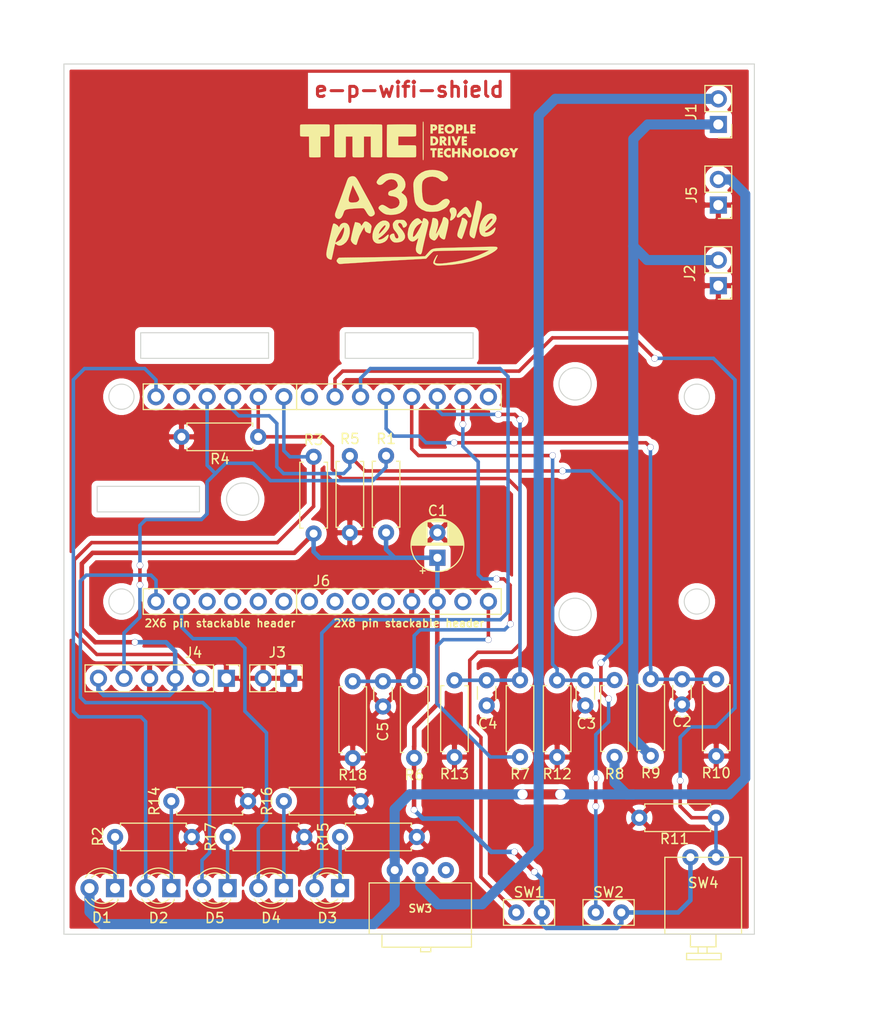
<source format=kicad_pcb>
(kicad_pcb (version 20171130) (host pcbnew "(5.1.4)-1")
  (title_block (title "routage e-p-wifi-shield") (date 2019-11-26) (rev 1.0) (company "A3C et TMC") (comment 1 "1ère version du shield, prototype 3") (comment 2 https://github.com/AIREL46/SCAO/tree/master/kicad/e-p-wifi-shield))
  (layers (0 F.Cu signal) (31 B.Cu signal) (34 B.Paste user) (35 F.Paste user) (36 B.SilkS user) (37 F.SilkS user) (38 B.Mask user) (39 F.Mask user) (44 Edge.Cuts user))
  (net 0 "")
  (net 1 +3V3)
  (net 2 GND)
  (net 3 "Net-(C2-Pad1)")
  (net 4 "Net-(C3-Pad1)")
  (net 5 "Net-(C4-Pad1)")
  (net 6 "Net-(C5-Pad1)")
  (net 7 "Net-(D1-Pad2)")
  (net 8 "Net-(D1-Pad1)")
  (net 9 "Net-(D2-Pad1)")
  (net 10 "Net-(D2-Pad2)")
  (net 11 "Net-(D3-Pad2)")
  (net 12 "Net-(D3-Pad1)")
  (net 13 "Net-(D4-Pad1)")
  (net 14 "Net-(D4-Pad2)")
  (net 15 "Net-(D5-Pad1)")
  (net 16 "Net-(D5-Pad2)")
  (net 17 "Net-(J1-Pad1)")
  (net 18 "Net-(J1-Pad2)")
  (net 19 "Net-(J4-Pad2)")
  (net 20 "Net-(J4-Pad5)")
  (net 21 "Net-(J6-PadAREF)")
  (net 22 "Net-(J6-PadVIN)")
  (net 23 "Net-(J6-PadRESET)")
  (net 24 "Net-(J6-PadTX)")
  (net 25 "Net-(J6-PadRX)")
  (net 26 "Net-(J6-PadA5)")
  (net 27 "Net-(J6-PadSCL)")
  (net 28 "Net-(J6-PadA6)")
  (net 29 "Net-(J6-PadSDA)")
  (net 30 "Net-(J6-PadMISO)")
  (net 31 "Net-(J6-PadD1)")
  (net 32 "Net-(J6-PadSCK)")
  (net 33 "Net-(J6-PadD2)")
  (net 34 "Net-(J6-PadMOSI)")
  (net 35 "Net-(J6-PadD4)")
  (net 36 "Net-(J6-Pad+5V)")
  (net 37 "Net-(SW3-Pad1)")
  (module LED_THT:LED_D3.0mm (layer F.Cu) (at 47.244 107.188 180)
    (fp_text reference D4 (at 1.27 -2.96) (layer F.SilkS))
    (fp_text value Rouge)
    (pad 1 thru_hole rect (at 0 0 180) (size 1.8 1.8) (drill 1) (layers *.Cu *.Mask) (net 13 "Net-(D4-Pad1)"))
    (pad 2 thru_hole circle (at 2.54 0 180) (size 1.8 1.8) (drill 1) (layers *.Cu *.Mask) (net 14 "Net-(D4-Pad2)"))
  )
  (module LED_THT:LED_D3.0mm (layer F.Cu) (at 36.068 107.188 180)
    (fp_text reference D2 (at 1.27 -2.96) (layer F.SilkS))
    (fp_text value Vert)
    (pad 1 thru_hole rect (at 0 0 180) (size 1.8 1.8) (drill 1) (layers *.Cu *.Mask) (net 9 "Net-(D2-Pad1)"))
    (pad 2 thru_hole circle (at 2.54 0 180) (size 1.8 1.8) (drill 1) (layers *.Cu *.Mask) (net 10 "Net-(D2-Pad2)"))
  )
  (module e-p-wifi-v2:switch (layer F.Cu) (at 60.8 105.4)
    (fp_text reference SW3 (at 0 3.81) (layer F.SilkS) (effects (font (size 0.762 0.762))))
    (fp_text value "Conrad 711771")
    (pad 2 thru_hole circle (at 0 0) (size 1.6 1.6) (drill 0.8) (layers *.Cu *.Mask) (net 18 "Net-(J1-Pad2)"))
    (pad 3 thru_hole circle (at -2.54 0) (size 1.6 1.6) (drill 0.8) (layers *.Cu *.Mask) (net 7 "Net-(D1-Pad2)"))
    (pad 1 thru_hole circle (at 2.54 0) (size 1.6 1.6) (drill 0.8) (layers *.Cu *.Mask) (net 37 "Net-(SW3-Pad1)"))
  )
  (module Connector_PinHeader_2.54mm:PinHeader_1x06_P2.54mm_Vertical (layer F.Cu) (at 41.53 86.36 270)
    (fp_text reference J4 (at -2.54 3.2522 180) (layer F.SilkS))
    (fp_text value Température)
    (pad 1 thru_hole rect (at 0 0 270) (size 1.7 1.7) (drill 1) (layers *.Cu *.Mask) (net 2 GND))
    (pad 2 thru_hole oval (at 0 2.54 270) (size 1.7 1.7) (drill 1) (layers *.Cu *.Mask) (net 19 "Net-(J4-Pad2)"))
    (pad 3 thru_hole oval (at 0 5.08 270) (size 1.7 1.7) (drill 1) (layers *.Cu *.Mask) (net 1 +3V3))
    (pad 4 thru_hole oval (at 0 7.62 270) (size 1.7 1.7) (drill 1) (layers *.Cu *.Mask) (net 2 GND))
    (pad 5 thru_hole oval (at 0 10.16 270) (size 1.7 1.7) (drill 1) (layers *.Cu *.Mask) (net 20 "Net-(J4-Pad5)"))
    (pad 6 thru_hole oval (at 0 12.7 270) (size 1.7 1.7) (drill 1) (layers *.Cu *.Mask) (net 1 +3V3))
  )
  (module LED_THT:LED_D3.0mm (layer F.Cu) (at 30.48 107.188 180)
    (fp_text reference D1 (at 1.325 -2.925) (layer F.SilkS))
    (fp_text value vert)
    (pad 2 thru_hole circle (at 2.54 0 180) (size 1.8 1.8) (drill 1) (layers *.Cu *.Mask) (net 7 "Net-(D1-Pad2)"))
    (pad 1 thru_hole rect (at 0 0 180) (size 1.8 1.8) (drill 1) (layers *.Cu *.Mask) (net 8 "Net-(D1-Pad1)"))
  )
  (module Capacitor_THT:C_Disc_D3.0mm_W1.6mm_P2.50mm (layer F.Cu) (at 77.19 86.56 270)
    (fp_text reference C3 (at 4.3 -0.1 180) (layer F.SilkS))
    (fp_text value 0.1mF)
    (pad 2 thru_hole circle (at 2.5 0 270) (size 1.6 1.6) (drill 0.8) (layers *.Cu *.Mask) (net 2 GND))
    (pad 1 thru_hole circle (at 0 0 270) (size 1.6 1.6) (drill 0.8) (layers *.Cu *.Mask) (net 4 "Net-(C3-Pad1)"))
  )
  (module Connector_PinHeader_2.54mm:PinHeader_1x02_P2.54mm_Vertical (layer F.Cu) (at 90.4 31.4 180)
    (fp_text reference J1 (at 2.7 1.225 270) (layer F.SilkS))
    (fp_text value Shunt)
    (pad 1 thru_hole rect (at 0 0 180) (size 1.7 1.7) (drill 1) (layers *.Cu *.Mask) (net 17 "Net-(J1-Pad1)"))
    (pad 2 thru_hole oval (at 0 2.54 180) (size 1.7 1.7) (drill 1) (layers *.Cu *.Mask) (net 18 "Net-(J1-Pad2)"))
  )
  (module Connector_PinHeader_2.54mm:PinHeader_1x02_P2.54mm_Vertical (layer F.Cu) (at 90.4 47.4 180)
    (fp_text reference J2 (at 2.825 1.225 270) (layer F.SilkS))
    (fp_text value Vbat1)
    (pad 1 thru_hole rect (at 0 0 180) (size 1.7 1.7) (drill 1) (layers *.Cu *.Mask) (net 2 GND))
    (pad 2 thru_hole oval (at 0 2.54 180) (size 1.7 1.7) (drill 1) (layers *.Cu *.Mask) (net 17 "Net-(J1-Pad1)"))
  )
  (module Connector_PinHeader_2.54mm:PinHeader_1x02_P2.54mm_Vertical (layer F.Cu) (at 47.73 86.36 270)
    (fp_text reference J3 (at -2.56 1.14 180) (layer F.SilkS))
    (fp_text value "Masse T1")
    (pad 2 thru_hole oval (at 0 2.54 270) (size 1.7 1.7) (drill 1) (layers *.Cu *.Mask) (net 2 GND))
    (pad 1 thru_hole rect (at 0 0 270) (size 1.7 1.7) (drill 1) (layers *.Cu *.Mask) (net 2 GND))
  )
  (module Capacitor_THT:CP_Radial_D5.0mm_P2.50mm (layer F.Cu) (at 62.5 74.4 90)
    (fp_text reference C1 (at 4.66 0.02) (layer F.SilkS))
    (fp_text value 4.7µF)
    (pad 1 thru_hole rect (at 0 0 90) (size 1.6 1.6) (drill 0.8) (layers *.Cu *.Mask) (net 1 +3V3))
    (pad 2 thru_hole circle (at 2.5 0 90) (size 1.6 1.6) (drill 0.8) (layers *.Cu *.Mask) (net 2 GND))
  )
  (module logo:tmc-logo-1200dpi (layer F.Cu) (at 59.69 33.02)
    (fp_text reference G*** hide)
    (fp_text value LOGO hide)
  )
  (module Capacitor_THT:C_Disc_D3.0mm_W1.6mm_P2.50mm (layer F.Cu) (at 86.79 86.46 270)
    (fp_text reference C2 (at 4.2 0 180) (layer F.SilkS))
    (fp_text value 0.1mF)
    (pad 1 thru_hole circle (at 0 0 270) (size 1.6 1.6) (drill 0.8) (layers *.Cu *.Mask) (net 3 "Net-(C2-Pad1)"))
    (pad 2 thru_hole circle (at 2.5 0 270) (size 1.6 1.6) (drill 0.8) (layers *.Cu *.Mask) (net 2 GND))
  )
  (module Capacitor_THT:C_Disc_D3.0mm_W1.6mm_P2.50mm (layer F.Cu) (at 67.39 86.56 270)
    (fp_text reference C4 (at 4.3 -0.1 180) (layer F.SilkS))
    (fp_text value 0.1mF)
    (pad 1 thru_hole circle (at 0 0 270) (size 1.6 1.6) (drill 0.8) (layers *.Cu *.Mask) (net 5 "Net-(C4-Pad1)"))
    (pad 2 thru_hole circle (at 2.5 0 270) (size 1.6 1.6) (drill 0.8) (layers *.Cu *.Mask) (net 2 GND))
  )
  (module LED_THT:LED_D3.0mm (layer F.Cu) (at 41.656 107.188 180)
    (fp_text reference D5 (at 1.27 -2.96) (layer F.SilkS))
    (fp_text value Jaune)
    (pad 1 thru_hole rect (at 0 0 180) (size 1.8 1.8) (drill 1) (layers *.Cu *.Mask) (net 15 "Net-(D5-Pad1)"))
    (pad 2 thru_hole circle (at 2.54 0 180) (size 1.8 1.8) (drill 1) (layers *.Cu *.Mask) (net 16 "Net-(D5-Pad2)"))
  )
  (module Capacitor_THT:C_Disc_D3.0mm_W1.6mm_P2.50mm (layer F.Cu) (at 57.09 86.66 270)
    (fp_text reference C5 (at 5 0 90) (layer F.SilkS))
    (fp_text value 0.1mF)
    (pad 2 thru_hole circle (at 2.5 0 270) (size 1.6 1.6) (drill 0.8) (layers *.Cu *.Mask) (net 2 GND))
    (pad 1 thru_hole circle (at 0 0 270) (size 1.6 1.6) (drill 0.8) (layers *.Cu *.Mask) (net 6 "Net-(C5-Pad1)"))
  )
  (module logo:a3c-logo-500dpi (layer F.Cu) (at 59.69 40.64)
    (fp_text reference G*** hide)
    (fp_text value LOGO hide)
  )
  (module LED_THT:LED_D3.0mm (layer F.Cu) (at 52.832 107.188 180)
    (fp_text reference D3 (at 1.27 -2.96) (layer F.SilkS))
    (fp_text value bleu)
    (pad 2 thru_hole circle (at 2.54 0 180) (size 1.8 1.8) (drill 1) (layers *.Cu *.Mask) (net 11 "Net-(D3-Pad2)"))
    (pad 1 thru_hole rect (at 0 0 180) (size 1.8 1.8) (drill 1) (layers *.Cu *.Mask) (net 12 "Net-(D3-Pad1)"))
  )
  (module Connector_PinHeader_2.54mm:PinHeader_1x02_P2.54mm_Vertical (layer F.Cu) (at 90.4 39.4 180)
    (fp_text reference J5 (at 2.65 1 270) (layer F.SilkS))
    (fp_text value Vbat2)
    (pad 2 thru_hole oval (at 0 2.54 180) (size 1.7 1.7) (drill 1) (layers *.Cu *.Mask) (net 7 "Net-(D1-Pad2)"))
    (pad 1 thru_hole rect (at 0 0 180) (size 1.7 1.7) (drill 1) (layers *.Cu *.Mask) (net 2 GND))
  )
  (module Resistor_THT:R_Axial_DIN0207_L6.3mm_D2.5mm_P7.62mm_Horizontal (layer F.Cu) (at 50.2 72 90)
    (fp_text reference R3 (at 9.3 0 180) (layer F.SilkS))
    (fp_text value 4.7k)
    (pad 1 thru_hole circle (at 0 0 90) (size 1.6 1.6) (drill 0.8) (layers *.Cu *.Mask) (net 1 +3V3))
    (pad 2 thru_hole oval (at 7.62 0 90) (size 1.6 1.6) (drill 0.8) (layers *.Cu *.Mask) (net 19 "Net-(J4-Pad2)"))
  )
  (module Resistor_THT:R_Axial_DIN0207_L6.3mm_D2.5mm_P7.62mm_Horizontal (layer F.Cu) (at 90.19 86.46 270)
    (fp_text reference R10 (at 9.3 0 180) (layer F.SilkS))
    (fp_text value 4.7k)
    (pad 2 thru_hole oval (at 7.62 0 270) (size 1.6 1.6) (drill 0.8) (layers *.Cu *.Mask) (net 2 GND))
    (pad 1 thru_hole circle (at 0 0 270) (size 1.6 1.6) (drill 0.8) (layers *.Cu *.Mask) (net 3 "Net-(C2-Pad1)"))
  )
  (module Resistor_THT:R_Axial_DIN0207_L6.3mm_D2.5mm_P7.62mm_Horizontal (layer F.Cu) (at 64.19 86.56 270)
    (fp_text reference R13 (at 9.3 0) (layer F.SilkS))
    (fp_text value 4.7k)
    (pad 2 thru_hole oval (at 7.62 0 270) (size 1.6 1.6) (drill 0.8) (layers *.Cu *.Mask) (net 2 GND))
    (pad 1 thru_hole circle (at 0 0 270) (size 1.6 1.6) (drill 0.8) (layers *.Cu *.Mask) (net 5 "Net-(C4-Pad1)"))
  )
  (module Resistor_THT:R_Axial_DIN0207_L6.3mm_D2.5mm_P7.62mm_Horizontal (layer F.Cu) (at 53.8 64.3 270)
    (fp_text reference R5 (at -1.7 0 180) (layer F.SilkS))
    (fp_text value 47k)
    (pad 1 thru_hole circle (at 0 0 270) (size 1.6 1.6) (drill 0.8) (layers *.Cu *.Mask) (net 33 "Net-(J6-PadD2)"))
    (pad 2 thru_hole oval (at 7.62 0 270) (size 1.6 1.6) (drill 0.8) (layers *.Cu *.Mask) (net 2 GND))
  )
  (module Resistor_THT:R_Axial_DIN0207_L6.3mm_D2.5mm_P7.62mm_Horizontal (layer F.Cu) (at 43.688 98.552 180)
    (fp_text reference R14 (at 9.3 0 270) (layer F.SilkS))
    (fp_text value 1K)
    (pad 2 thru_hole oval (at 7.62 0 180) (size 1.6 1.6) (drill 0.8) (layers *.Cu *.Mask) (net 9 "Net-(D2-Pad1)"))
    (pad 1 thru_hole circle (at 0 0 180) (size 1.6 1.6) (drill 0.8) (layers *.Cu *.Mask) (net 2 GND))
  )
  (module Resistor_THT:R_Axial_DIN0207_L6.3mm_D2.5mm_P7.62mm_Horizontal (layer F.Cu) (at 60.19 94.26 90)
    (fp_text reference R6 (at -1.7 0 180) (layer F.SilkS))
    (fp_text value 4.7k)
    (pad 2 thru_hole oval (at 7.62 0 90) (size 1.6 1.6) (drill 0.8) (layers *.Cu *.Mask) (net 6 "Net-(C5-Pad1)"))
    (pad 1 thru_hole circle (at 0 0 90) (size 1.6 1.6) (drill 0.8) (layers *.Cu *.Mask) (net 1 +3V3))
  )
  (module Resistor_THT:R_Axial_DIN0207_L6.3mm_D2.5mm_P7.62mm_Horizontal (layer F.Cu) (at 70.7 94.17 90)
    (fp_text reference R7 (at -1.7 0 180) (layer F.SilkS))
    (fp_text value 4.7k)
    (pad 1 thru_hole circle (at 0 0 90) (size 1.6 1.6) (drill 0.8) (layers *.Cu *.Mask) (net 36 "Net-(J6-Pad+5V)"))
    (pad 2 thru_hole oval (at 7.62 0 90) (size 1.6 1.6) (drill 0.8) (layers *.Cu *.Mask) (net 5 "Net-(C4-Pad1)"))
  )
  (module Resistor_THT:R_Axial_DIN0207_L6.3mm_D2.5mm_P7.62mm_Horizontal (layer F.Cu) (at 60.452 102.108 180)
    (fp_text reference R15 (at 9.3 0 270) (layer F.SilkS))
    (fp_text value 1K)
    (pad 1 thru_hole circle (at 0 0 180) (size 1.6 1.6) (drill 0.8) (layers *.Cu *.Mask) (net 2 GND))
    (pad 2 thru_hole oval (at 7.62 0 180) (size 1.6 1.6) (drill 0.8) (layers *.Cu *.Mask) (net 12 "Net-(D3-Pad1)"))
  )
  (module Resistor_THT:R_Axial_DIN0207_L6.3mm_D2.5mm_P7.62mm_Horizontal (layer F.Cu) (at 74.39 86.56 270)
    (fp_text reference R12 (at 9.3 0 180) (layer F.SilkS))
    (fp_text value 4.7k)
    (pad 1 thru_hole circle (at 0 0 270) (size 1.6 1.6) (drill 0.8) (layers *.Cu *.Mask) (net 4 "Net-(C3-Pad1)"))
    (pad 2 thru_hole oval (at 7.62 0 270) (size 1.6 1.6) (drill 0.8) (layers *.Cu *.Mask) (net 2 GND))
  )
  (module Resistor_THT:R_Axial_DIN0207_L6.3mm_D2.5mm_P7.62mm_Horizontal (layer F.Cu) (at 54.864 98.552 180)
    (fp_text reference R16 (at 9.3 0 270) (layer F.SilkS))
    (fp_text value 1K)
    (pad 2 thru_hole oval (at 7.62 0 180) (size 1.6 1.6) (drill 0.8) (layers *.Cu *.Mask) (net 13 "Net-(D4-Pad1)"))
    (pad 1 thru_hole circle (at 0 0 180) (size 1.6 1.6) (drill 0.8) (layers *.Cu *.Mask) (net 2 GND))
  )
  (module Resistor_THT:R_Axial_DIN0207_L6.3mm_D2.5mm_P7.62mm_Horizontal (layer F.Cu) (at 49.276 102.108 180)
    (fp_text reference R17 (at 9.3 0 270) (layer F.SilkS))
    (fp_text value 1K)
    (pad 1 thru_hole circle (at 0 0 180) (size 1.6 1.6) (drill 0.8) (layers *.Cu *.Mask) (net 2 GND))
    (pad 2 thru_hole oval (at 7.62 0 180) (size 1.6 1.6) (drill 0.8) (layers *.Cu *.Mask) (net 15 "Net-(D5-Pad1)"))
  )
  (module Resistor_THT:R_Axial_DIN0207_L6.3mm_D2.5mm_P7.62mm_Horizontal (layer F.Cu) (at 82.55 100.2)
    (fp_text reference R11 (at 3.5 2.1 180) (layer F.SilkS))
    (fp_text value 47k)
    (pad 2 thru_hole oval (at 7.62 0) (size 1.6 1.6) (drill 0.8) (layers *.Cu *.Mask) (net 26 "Net-(J6-PadA5)"))
    (pad 1 thru_hole circle (at 0 0) (size 1.6 1.6) (drill 0.8) (layers *.Cu *.Mask) (net 2 GND))
  )
  (module Resistor_THT:R_Axial_DIN0207_L6.3mm_D2.5mm_P7.62mm_Horizontal (layer F.Cu) (at 80.09 94.16 90)
    (fp_text reference R8 (at -1.7 0 180) (layer F.SilkS))
    (fp_text value 4.7k)
    (pad 2 thru_hole oval (at 7.62 0 90) (size 1.6 1.6) (drill 0.8) (layers *.Cu *.Mask) (net 4 "Net-(C3-Pad1)"))
    (pad 1 thru_hole circle (at 0 0 90) (size 1.6 1.6) (drill 0.8) (layers *.Cu *.Mask) (net 7 "Net-(D1-Pad2)"))
  )
  (module Resistor_THT:R_Axial_DIN0207_L6.3mm_D2.5mm_P7.62mm_Horizontal (layer F.Cu) (at 57.4 71.9 90)
    (fp_text reference R1 (at 9.3 0 180) (layer F.SilkS))
    (fp_text value 4.7k)
    (pad 1 thru_hole circle (at 0 0 90) (size 1.6 1.6) (drill 0.8) (layers *.Cu *.Mask) (net 1 +3V3))
    (pad 2 thru_hole oval (at 7.62 0 90) (size 1.6 1.6) (drill 0.8) (layers *.Cu *.Mask) (net 20 "Net-(J4-Pad5)"))
  )
  (module Resistor_THT:R_Axial_DIN0207_L6.3mm_D2.5mm_P7.62mm_Horizontal (layer F.Cu) (at 38.1 102.108 180)
    (fp_text reference R2 (at 9.32 0.05 90) (layer F.SilkS))
    (fp_text value 1K)
    (pad 2 thru_hole oval (at 7.62 0 180) (size 1.6 1.6) (drill 0.8) (layers *.Cu *.Mask) (net 8 "Net-(D1-Pad1)"))
    (pad 1 thru_hole circle (at 0 0 180) (size 1.6 1.6) (drill 0.8) (layers *.Cu *.Mask) (net 2 GND))
  )
  (module e-p-wifi-v2:PinSocket_2x14_MKR1010 (layer F.Cu) (at 51.055 68.58 270)
    (fp_text reference J6 (at 8.12 0.055 180) (layer F.SilkS))
    (fp_text value Conn_02x14_MKR1010)
    (fp_text user "2X8 pin stackable header" (at 12.32 -8.615 180) (layer F.SilkS) (effects (font (size 0.762 0.762))))
    (fp_text user "2X6 pin stackable header" (at 12.32 10.155 180) (layer F.SilkS) (effects (font (size 0.762 0.762))))
    (pad AREF thru_hole oval (at -10.16 -16.51 270) (size 1.7 1.7) (drill 1) (layers *.Cu *.Mask) (net 21 "Net-(J6-PadAREF)"))
    (pad VIN thru_hole oval (at 10.16 -13.97 270) (size 1.7 1.7) (drill 1) (layers *.Cu *.Mask) (net 22 "Net-(J6-PadVIN)"))
    (pad A0 thru_hole oval (at -10.16 -13.97 270) (size 1.7 1.7) (drill 1) (layers *.Cu *.Mask) (net 6 "Net-(C5-Pad1)"))
    (pad +3V3 thru_hole oval (at 10.16 -11.43 270) (size 1.7 1.7) (drill 1) (layers *.Cu *.Mask) (net 1 +3V3))
    (pad A1 thru_hole oval (at -10.16 -11.43 270) (size 1.7 1.7) (drill 1) (layers *.Cu *.Mask) (net 5 "Net-(C4-Pad1)"))
    (pad GND thru_hole oval (at 10.16 -8.89 270) (size 1.7 1.7) (drill 1) (layers *.Cu *.Mask) (net 2 GND))
    (pad A2 thru_hole oval (at -10.16 -8.89 270) (size 1.7 1.7) (drill 1) (layers *.Cu *.Mask) (net 4 "Net-(C3-Pad1)"))
    (pad RESET thru_hole oval (at 10.16 -6.35 270) (size 1.7 1.7) (drill 1) (layers *.Cu *.Mask) (net 23 "Net-(J6-PadRESET)"))
    (pad A3 thru_hole oval (at -10.16 -6.35 270) (size 1.7 1.7) (drill 1) (layers *.Cu *.Mask) (net 3 "Net-(C2-Pad1)"))
    (pad TX thru_hole oval (at 10.16 -3.81 270) (size 1.7 1.7) (drill 1) (layers *.Cu *.Mask) (net 24 "Net-(J6-PadTX)"))
    (pad A4 thru_hole oval (at -10.16 -3.81 270) (size 1.7 1.7) (drill 1) (layers *.Cu *.Mask) (net 11 "Net-(D3-Pad2)"))
    (pad RX thru_hole oval (at 10.16 -1.27 270) (size 1.7 1.7) (drill 1) (layers *.Cu *.Mask) (net 25 "Net-(J6-PadRX)"))
    (pad A5 thru_hole oval (at -10.16 -1.27 270) (size 1.7 1.7) (drill 1) (layers *.Cu *.Mask) (net 26 "Net-(J6-PadA5)"))
    (pad SCL thru_hole oval (at 10.16 1.27 270) (size 1.7 1.7) (drill 1) (layers *.Cu *.Mask) (net 27 "Net-(J6-PadSCL)"))
    (pad A6 thru_hole oval (at -10.16 1.27 270) (size 1.7 1.7) (drill 1) (layers *.Cu *.Mask) (net 28 "Net-(J6-PadA6)"))
    (pad SDA thru_hole oval (at 10.16 3.81 270) (size 1.7 1.7) (drill 1) (layers *.Cu *.Mask) (net 29 "Net-(J6-PadSDA)"))
    (pad D0 thru_hole oval (at -10.16 3.81 270) (size 1.7 1.7) (drill 1) (layers *.Cu *.Mask) (net 19 "Net-(J4-Pad2)"))
    (pad MISO thru_hole oval (at 10.16 6.35 270) (size 1.7 1.7) (drill 1) (layers *.Cu *.Mask) (net 30 "Net-(J6-PadMISO)"))
    (pad D1 thru_hole oval (at -10.16 6.35 270) (size 1.7 1.7) (drill 1) (layers *.Cu *.Mask) (net 31 "Net-(J6-PadD1)"))
    (pad SCK thru_hole oval (at 10.16 8.89 270) (size 1.7 1.7) (drill 1) (layers *.Cu *.Mask) (net 32 "Net-(J6-PadSCK)"))
    (pad D2 thru_hole oval (at -10.16 8.89 270) (size 1.7 1.7) (drill 1) (layers *.Cu *.Mask) (net 33 "Net-(J6-PadD2)"))
    (pad MOSI thru_hole oval (at 10.16 11.43 270) (size 1.7 1.7) (drill 1) (layers *.Cu *.Mask) (net 34 "Net-(J6-PadMOSI)"))
    (pad D3 thru_hole oval (at -10.16 11.43 270) (size 1.7 1.7) (drill 1) (layers *.Cu *.Mask) (net 20 "Net-(J4-Pad5)"))
    (pad D7 thru_hole oval (at 10.16 13.97 270) (size 1.7 1.7) (drill 1) (layers *.Cu *.Mask) (net 14 "Net-(D4-Pad2)"))
    (pad D4 thru_hole oval (at -10.16 13.97 270) (size 1.7 1.7) (drill 1) (layers *.Cu *.Mask) (net 35 "Net-(J6-PadD4)"))
    (pad D6 thru_hole oval (at 10.16 16.51 270) (size 1.7 1.7) (drill 1) (layers *.Cu *.Mask) (net 16 "Net-(D5-Pad2)"))
    (pad D5 thru_hole oval (at -10.16 16.51 270) (size 1.7 1.7) (drill 1) (layers *.Cu *.Mask) (net 10 "Net-(D2-Pad2)"))
    (pad +5V thru_hole circle (at 10.16 -16.51 270) (size 1.7 1.7) (drill 1) (layers *.Cu *.Mask) (net 36 "Net-(J6-Pad+5V)"))
  )
  (module Resistor_THT:R_Axial_DIN0207_L6.3mm_D2.5mm_P7.62mm_Horizontal (layer F.Cu) (at 44.7 62.4 180)
    (fp_text reference R4 (at 3.8 -2.2) (layer F.SilkS))
    (fp_text value 47k)
    (pad 2 thru_hole oval (at 7.62 0 180) (size 1.6 1.6) (drill 0.8) (layers *.Cu *.Mask) (net 2 GND))
    (pad 1 thru_hole circle (at 0 0 180) (size 1.6 1.6) (drill 0.8) (layers *.Cu *.Mask) (net 31 "Net-(J6-PadD1)"))
  )
  (module Resistor_THT:R_Axial_DIN0207_L6.3mm_D2.5mm_P7.62mm_Horizontal (layer F.Cu) (at 83.69 94.06 90)
    (fp_text reference R9 (at -1.7 0 180) (layer F.SilkS))
    (fp_text value 4.7k)
    (pad 1 thru_hole circle (at 0 0 90) (size 1.6 1.6) (drill 0.8) (layers *.Cu *.Mask) (net 17 "Net-(J1-Pad1)"))
    (pad 2 thru_hole oval (at 7.62 0 90) (size 1.6 1.6) (drill 0.8) (layers *.Cu *.Mask) (net 3 "Net-(C2-Pad1)"))
  )
  (module Resistor_THT:R_Axial_DIN0207_L6.3mm_D2.5mm_P7.62mm_Horizontal (layer F.Cu) (at 54.09 86.66 270)
    (fp_text reference R18 (at 9.3 0 180) (layer F.SilkS))
    (fp_text value 4.7k)
    (pad 1 thru_hole circle (at 0 0 270) (size 1.6 1.6) (drill 0.8) (layers *.Cu *.Mask) (net 6 "Net-(C5-Pad1)"))
    (pad 2 thru_hole oval (at 7.62 0 270) (size 1.6 1.6) (drill 0.8) (layers *.Cu *.Mask) (net 2 GND))
  )
  (module e-p-wifi-v2:BP (layer F.Cu) (at 88.9 104.125)
    (fp_text reference SW4 (at 0 2.54) (layer F.SilkS))
    (fp_text value "BP APEM")
    (pad 1 thru_hole circle (at -1.27 0) (size 1.6 1.6) (drill 0.8) (layers *.Cu *.Mask) (net 1 +3V3))
    (pad 2 thru_hole circle (at 1.27 0) (size 1.6 1.6) (drill 0.8) (layers *.Cu *.Mask) (net 26 "Net-(J6-PadA5)"))
  )
  (module e-p-wifi-v2:jumper-switch (layer F.Cu) (at 79.5 109.6 180)
    (fp_text reference SW2 (at 0 2) (layer F.SilkS))
    (fp_text value Sleep)
    (pad 1 thru_hole circle (at -1.27 0 180) (size 1.6 1.6) (drill 0.8) (layers *.Cu *.Mask) (net 1 +3V3))
    (pad 2 thru_hole circle (at 1.27 0 180) (size 1.6 1.6) (drill 0.8) (layers *.Cu *.Mask) (net 33 "Net-(J6-PadD2)"))
  )
  (module e-p-wifi-v2:jumper-switch (layer F.Cu) (at 71.6 109.6 180)
    (fp_text reference SW1 (at 0 2) (layer F.SilkS))
    (fp_text value StSp)
    (pad 2 thru_hole circle (at 1.27 0 180) (size 1.6 1.6) (drill 0.8) (layers *.Cu *.Mask) (net 31 "Net-(J6-PadD1)"))
    (pad 1 thru_hole circle (at -1.27 0 180) (size 1.6 1.6) (drill 0.8) (layers *.Cu *.Mask) (net 1 +3V3))
  )
  (gr_circle (center 43.1546 68.58) (end 44.7546 68.58) (layer Edge.Cuts) (width 0.1))
  (gr_circle (center 31.115 58.42) (end 32.365 58.42) (layer Edge.Cuts) (width 0.1))
  (gr_circle (center 31.115 78.74) (end 32.365 78.74) (layer Edge.Cuts) (width 0.1))
  (gr_circle (center 88.265 58.42) (end 89.515 58.42) (layer Edge.Cuts) (width 0.1))
  (gr_circle (center 76.1746 57.15) (end 77.7746 57.15) (layer Edge.Cuts) (width 0.1))
  (gr_circle (center 76.1746 80.01) (end 77.7746 80.01) (layer Edge.Cuts) (width 0.1))
  (gr_circle (center 88.265 78.74) (end 89.515 78.74) (layer Edge.Cuts) (width 0.1))
  (gr_line (start 45.726 52.07) (end 45.726 54.61) (layer Edge.Cuts) (width 0.1))
  (gr_line (start 33.026 52.07) (end 33.026 54.61) (layer Edge.Cuts) (width 0.1))
  (gr_line (start 33.026 52.07) (end 45.726 52.07) (layer Edge.Cuts) (width 0.1))
  (gr_line (start 33.026 54.61) (end 45.726 54.61) (layer Edge.Cuts) (width 0.1))
  (gr_line (start 53.34 54.61) (end 53.34 52.07) (layer Edge.Cuts) (width 0.1))
  (gr_line (start 66.04 52.07) (end 66.04 54.61) (layer Edge.Cuts) (width 0.1))
  (gr_line (start 53.34 52.07) (end 66.04 52.07) (layer Edge.Cuts) (width 0.1))
  (gr_line (start 53.34 54.61) (end 66.04 54.61) (layer Edge.Cuts) (width 0.1))
  (gr_line (start 28.702 69.85) (end 38.862 69.85) (layer Edge.Cuts) (width 0.1))
  (gr_line (start 38.862 67.31) (end 28.702 67.31) (layer Edge.Cuts) (width 0.1))
  (gr_line (start 28.702 67.31) (end 28.702 69.85) (layer Edge.Cuts) (width 0.1))
  (gr_line (start 25.4 111.76) (end 93.98 111.76) (layer Edge.Cuts) (width 0.1))
  (gr_line (start 93.98 25.4) (end 93.98 111.76) (layer Edge.Cuts) (width 0.1))
  (gr_line (start 25.4 25.4) (end 25.4 111.76) (layer Edge.Cuts) (width 0.1))
  (gr_line (start 38.862 67.31) (end 38.862 69.85) (layer Edge.Cuts) (width 0.1))
  (gr_line (start 25.4 25.4) (end 93.98 25.4) (layer Edge.Cuts) (width 0.1))
  (gr_text e-p-wifi-shield (at 59.69 27.94) (layer F.Cu) (effects (font (size 1.5 1.5) (thickness 0.3))))
  (segment (start 87.63 108.3818) (end 87.63 104.125) (width 0.45) (layer B.Cu) (net 1))
  (segment (start 80.77 109.6) (end 86.4118 109.6) (width 0.45) (layer B.Cu) (net 1))
  (segment (start 86.4118 109.6) (end 87.63 108.3818) (width 0.45) (layer B.Cu) (net 1))
  (segment (start 72.87 110.67763) (end 72.87 109.6) (width 0.45) (layer B.Cu) (net 1))
  (segment (start 73.32736 111.13499) (end 72.87 110.67763) (width 0.45) (layer B.Cu) (net 1))
  (segment (start 80.31264 111.13499) (end 73.32736 111.13499) (width 0.45) (layer B.Cu) (net 1))
  (segment (start 80.77 110.67763) (end 80.31264 111.13499) (width 0.45) (layer B.Cu) (net 1))
  (segment (start 80.77 109.6) (end 80.77 110.67763) (width 0.45) (layer B.Cu) (net 1))
  (segment (start 72.87 109.6) (end 72.87 106.30656) (width 0.45) (layer B.Cu) (net 1))
  (segment (start 72.87 106.30656) (end 72.13281 105.56937) (width 0.45) (layer B.Cu) (net 1))
  (segment (start 71.582811 105.019371) (end 71.582811 105.014291) (width 0.45) (layer F.Cu) (net 1))
  (segment (start 72.13281 105.56937) (end 71.582811 105.019371) (width 0.45) (layer F.Cu) (net 1))
  (segment (start 71.582811 105.014291) (end 70.15672 103.5882) (width 0.45) (layer F.Cu) (net 1))
  (segment (start 70.15672 103.5882) (end 70.15418 103.5882) (width 0.45) (layer F.Cu) (net 1))
  (segment (start 60.17703 94.27297) (end 60.19 94.26) (width 0.45) (layer F.Cu) (net 1))
  (segment (start 60.17703 99.41241) (end 60.17703 94.27297) (width 0.45) (layer F.Cu) (net 1))
  (segment (start 61.05144 100.28682) (end 60.17703 99.41241) (width 0.45) (layer B.Cu) (net 1))
  (segment (start 64.54902 100.28682) (end 61.05144 100.28682) (width 0.45) (layer B.Cu) (net 1))
  (segment (start 70.15418 103.5882) (end 67.8504 103.5882) (width 0.45) (layer B.Cu) (net 1))
  (segment (start 67.8504 103.5882) (end 64.54902 100.28682) (width 0.45) (layer B.Cu) (net 1))
  (segment (start 28.83 87.49638) (end 28.83 86.36) (width 0.45) (layer B.Cu) (net 1))
  (segment (start 29.35915 88.02553) (end 28.83 87.49638) (width 0.45) (layer B.Cu) (net 1))
  (segment (start 35.85789 88.02553) (end 29.35915 88.02553) (width 0.45) (layer B.Cu) (net 1))
  (segment (start 36.45 86.36) (end 36.45 87.43342) (width 0.45) (layer B.Cu) (net 1))
  (segment (start 36.45 87.43342) (end 35.85789 88.02553) (width 0.45) (layer B.Cu) (net 1))
  (segment (start 62.5 78.725) (end 62.485 78.74) (width 0.45) (layer B.Cu) (net 1))
  (segment (start 62.5 74.4) (end 62.5 78.725) (width 0.45) (layer B.Cu) (net 1))
  (segment (start 57.4 73.56202) (end 57.4 71.9) (width 0.45) (layer B.Cu) (net 1))
  (segment (start 62.5 74.4) (end 58.23798 74.4) (width 0.45) (layer B.Cu) (net 1))
  (segment (start 58.23798 74.4) (end 57.4 73.56202) (width 0.45) (layer B.Cu) (net 1))
  (segment (start 50.2 73.78644) (end 50.2 72) (width 0.45) (layer B.Cu) (net 1))
  (segment (start 58.23798 74.4) (end 50.81356 74.4) (width 0.45) (layer B.Cu) (net 1))
  (segment (start 50.81356 74.4) (end 50.2 73.78644) (width 0.45) (layer B.Cu) (net 1))
  (segment (start 62.485 88.94) (end 62.485 78.74) (width 0.45) (layer F.Cu) (net 1))
  (segment (start 60.2 91.225) (end 62.485 88.94) (width 0.45) (layer F.Cu) (net 1))
  (segment (start 60.2 93.11863) (end 60.2 91.225) (width 0.45) (layer F.Cu) (net 1))
  (segment (start 60.19 94.26) (end 60.19 93.12863) (width 0.45) (layer F.Cu) (net 1))
  (segment (start 60.19 93.12863) (end 60.2 93.11863) (width 0.45) (layer F.Cu) (net 1))
  (segment (start 28.2448 73.914) (end 48.286 73.914) (width 0.45) (layer F.Cu) (net 1))
  (segment (start 27.178 74.9808) (end 28.2448 73.914) (width 0.45) (layer F.Cu) (net 1))
  (segment (start 28.51404 82.78368) (end 27.178 81.44764) (width 0.45) (layer F.Cu) (net 1))
  (segment (start 32.445 82.78368) (end 28.51404 82.78368) (width 0.45) (layer F.Cu) (net 1))
  (segment (start 27.178 81.44764) (end 27.178 74.9808) (width 0.45) (layer F.Cu) (net 1))
  (segment (start 48.286 73.914) (end 50.2 72) (width 0.45) (layer F.Cu) (net 1))
  (via (at 70.15418 103.5882) (size 0.65) (drill 0.6) (layers F.Cu B.Cu) (net 1))
  (via (at 72.13281 105.56937) (size 0.65) (drill 0.6) (layers F.Cu B.Cu) (net 1))
  (via (at 60.17703 99.41241) (size 0.65) (drill 0.6) (layers F.Cu B.Cu) (net 1))
  (via (at 32.445 82.78368) (size 0.65) (drill 0.6) (layers F.Cu B.Cu) (net 1))
  (segment (start 35.53968 82.78368) (end 32.445 82.78368) (width 0.45) (layer B.Cu) (net 1))
  (segment (start 36.45 86.36) (end 36.45 83.694) (width 0.45) (layer B.Cu) (net 1))
  (segment (start 36.45 83.694) (end 35.53968 82.78368) (width 0.45) (layer B.Cu) (net 1))
  (segment (start 90.19 86.46) (end 86.79 86.46) (width 0.35) (layer B.Cu) (net 3))
  (segment (start 83.71 86.46) (end 83.69 86.44) (width 0.35) (layer B.Cu) (net 3))
  (segment (start 86.79 86.46) (end 83.71 86.46) (width 0.35) (layer B.Cu) (net 3))
  (segment (start 83.210001 62.990001) (end 64.160001 62.990001) (width 0.35) (layer F.Cu) (net 3))
  (segment (start 83.66 85.27863) (end 83.66 63.44) (width 0.35) (layer B.Cu) (net 3))
  (segment (start 83.69 85.30863) (end 83.66 85.27863) (width 0.35) (layer B.Cu) (net 3))
  (segment (start 83.69 86.44) (end 83.69 85.30863) (width 0.35) (layer B.Cu) (net 3))
  (segment (start 83.66 63.44) (end 83.210001 62.990001) (width 0.35) (layer F.Cu) (net 3))
  (via (at 83.66 63.44) (size 0.65) (drill 0.6) (layers F.Cu B.Cu) (net 3))
  (via (at 64.160001 62.990001) (size 0.65) (drill 0.6) (layers F.Cu B.Cu) (net 3))
  (segment (start 57.405 61.585) (end 57.405 58.42) (width 0.35) (layer B.Cu) (net 3))
  (segment (start 58.15 62.33) (end 57.405 61.585) (width 0.35) (layer B.Cu) (net 3))
  (segment (start 60.7044 62.33) (end 58.15 62.33) (width 0.35) (layer B.Cu) (net 3))
  (segment (start 64.160001 62.990001) (end 61.364401 62.990001) (width 0.35) (layer B.Cu) (net 3))
  (segment (start 61.364401 62.990001) (end 60.7044 62.33) (width 0.35) (layer B.Cu) (net 3))
  (segment (start 77.21 86.54) (end 77.19 86.56) (width 0.35) (layer B.Cu) (net 4))
  (segment (start 80.09 86.54) (end 77.21 86.54) (width 0.35) (layer B.Cu) (net 4))
  (segment (start 77.19 86.56) (end 74.39 86.56) (width 0.35) (layer B.Cu) (net 4))
  (segment (start 59.945 59.622081) (end 59.945 58.42) (width 0.35) (layer F.Cu) (net 4))
  (segment (start 59.945 63.585) (end 59.945 59.622081) (width 0.35) (layer F.Cu) (net 4))
  (segment (start 73.94 64.26) (end 60.62 64.26) (width 0.35) (layer F.Cu) (net 4))
  (segment (start 60.62 64.26) (end 59.945 63.585) (width 0.35) (layer F.Cu) (net 4))
  (segment (start 73.94 84.97863) (end 73.94 64.26) (width 0.35) (layer B.Cu) (net 4))
  (segment (start 74.39 86.56) (end 74.39 85.42863) (width 0.35) (layer B.Cu) (net 4))
  (segment (start 74.39 85.42863) (end 73.94 84.97863) (width 0.35) (layer B.Cu) (net 4))
  (via (at 73.94 64.26) (size 0.65) (drill 0.6) (layers F.Cu B.Cu) (net 4))
  (segment (start 67.4 86.55) (end 67.39 86.56) (width 0.35) (layer B.Cu) (net 5))
  (segment (start 70.7 86.55) (end 67.4 86.55) (width 0.35) (layer B.Cu) (net 5))
  (segment (start 67.39 86.56) (end 64.19 86.56) (width 0.35) (layer B.Cu) (net 5))
  (segment (start 70.7 86.55) (end 70.7 60.68986) (width 0.35) (layer B.Cu) (net 5))
  (segment (start 70.7 60.68986) (end 70.18514 60.175) (width 0.35) (layer F.Cu) (net 5))
  (segment (start 70.18514 60.175) (end 68.875 60.175) (width 0.35) (layer F.Cu) (net 5))
  (segment (start 68.875 60.175) (end 68.53972 60.175) (width 0.35) (layer F.Cu) (net 5))
  (segment (start 62.485 59.685) (end 62.485 58.42) (width 0.35) (layer B.Cu) (net 5))
  (segment (start 68.53972 60.175) (end 62.975 60.175) (width 0.35) (layer B.Cu) (net 5))
  (segment (start 62.975 60.175) (end 62.485 59.685) (width 0.35) (layer B.Cu) (net 5))
  (via (at 70.7 60.68986) (size 0.65) (drill 0.6) (layers F.Cu B.Cu) (net 5))
  (via (at 68.53972 60.175) (size 0.65) (drill 0.6) (layers F.Cu B.Cu) (net 5))
  (segment (start 57.11 86.64) (end 57.09 86.66) (width 0.35) (layer B.Cu) (net 6))
  (segment (start 60.19 86.64) (end 57.11 86.64) (width 0.35) (layer B.Cu) (net 6))
  (segment (start 57.09 86.66) (end 54.09 86.66) (width 0.35) (layer B.Cu) (net 6))
  (segment (start 69.725 80.975) (end 69.725 77.125) (width 0.35) (layer F.Cu) (net 6))
  (segment (start 69.725 77.125) (end 69.1 76.5) (width 0.35) (layer F.Cu) (net 6))
  (segment (start 69.1 76.5) (end 68.375 76.5) (width 0.35) (layer F.Cu) (net 6))
  (segment (start 65.025 61.15) (end 65.025 58.42) (width 0.35) (layer F.Cu) (net 6))
  (segment (start 65.025 61.1) (end 65.025 61.15) (width 0.35) (layer B.Cu) (net 6))
  (segment (start 65.025 63.35) (end 65.025 61.1) (width 0.35) (layer B.Cu) (net 6))
  (segment (start 66.55 64.875) (end 65.025 63.35) (width 0.35) (layer B.Cu) (net 6))
  (segment (start 66.55 76.075) (end 66.55 64.875) (width 0.35) (layer B.Cu) (net 6))
  (segment (start 68.375 76.5) (end 66.975 76.5) (width 0.35) (layer B.Cu) (net 6))
  (segment (start 66.975 76.5) (end 66.55 76.075) (width 0.35) (layer B.Cu) (net 6))
  (segment (start 69.75 80.975) (end 69.725 80.975) (width 0.35) (layer B.Cu) (net 6))
  (segment (start 69.175 81.55) (end 69.75 80.975) (width 0.35) (layer B.Cu) (net 6))
  (segment (start 60.775 81.55) (end 69.175 81.55) (width 0.35) (layer B.Cu) (net 6))
  (segment (start 60.19 86.64) (end 60.19 82.135) (width 0.35) (layer B.Cu) (net 6))
  (segment (start 60.19 82.135) (end 60.775 81.55) (width 0.35) (layer B.Cu) (net 6))
  (via (at 69.75 80.975) (size 0.65) (drill 0.6) (layers F.Cu B.Cu) (net 6))
  (via (at 65.025 61.15) (size 0.65) (drill 0.6) (layers F.Cu B.Cu) (net 6))
  (via (at 68.375 76.5) (size 0.65) (drill 0.6) (layers F.Cu B.Cu) (net 6))
  (segment (start 91.602081 36.86) (end 90.4 36.86) (width 1) (layer B.Cu) (net 7))
  (segment (start 93.07999 38.337909) (end 91.602081 36.86) (width 1) (layer B.Cu) (net 7))
  (segment (start 93.07999 96.25415) (end 93.07999 38.337909) (width 1) (layer B.Cu) (net 7))
  (segment (start 91.45016 97.88398) (end 93.07999 96.25415) (width 1) (layer B.Cu) (net 7))
  (segment (start 74.70256 97.88398) (end 81.95564 97.88398) (width 1) (layer B.Cu) (net 7))
  (segment (start 81.95564 97.88398) (end 91.45016 97.88398) (width 1) (layer B.Cu) (net 7))
  (segment (start 81.29524 97.88398) (end 81.95564 97.88398) (width 1) (layer B.Cu) (net 7))
  (segment (start 80.09 94.16) (end 80.09 96.67874) (width 1) (layer B.Cu) (net 7))
  (segment (start 80.09 96.67874) (end 81.29524 97.88398) (width 1) (layer B.Cu) (net 7))
  (segment (start 58.26 108.69928) (end 58.26 105.4) (width 1) (layer B.Cu) (net 7))
  (segment (start 56.20512 110.75416) (end 58.26 108.69928) (width 1) (layer B.Cu) (net 7))
  (segment (start 29.15412 110.75416) (end 56.20512 110.75416) (width 1) (layer B.Cu) (net 7))
  (segment (start 27.94 107.188) (end 27.94 109.54004) (width 1) (layer B.Cu) (net 7))
  (segment (start 27.94 109.54004) (end 29.15412 110.75416) (width 1) (layer B.Cu) (net 7))
  (segment (start 58.26 104.32237) (end 58.25236 104.31473) (width 1) (layer B.Cu) (net 7))
  (segment (start 58.26 105.4) (end 58.26 104.32237) (width 1) (layer B.Cu) (net 7))
  (segment (start 58.25236 104.31473) (end 58.25236 99.35718) (width 1) (layer B.Cu) (net 7))
  (segment (start 58.25236 99.35718) (end 59.73064 97.8789) (width 1) (layer B.Cu) (net 7))
  (segment (start 59.73064 97.8789) (end 70.95236 97.8789) (width 1) (layer B.Cu) (net 7))
  (via (at 74.70256 97.88398) (size 1.05) (drill 1) (layers F.Cu B.Cu) (net 7))
  (via (at 70.95236 97.8789) (size 1.05) (drill 1) (layers F.Cu B.Cu) (net 7))
  (segment (start 74.69748 97.8789) (end 74.70256 97.88398) (width 1) (layer F.Cu) (net 7))
  (segment (start 70.95236 97.8789) (end 74.69748 97.8789) (width 1) (layer F.Cu) (net 7))
  (segment (start 30.48 105.938) (end 30.48 102.108) (width 0.35) (layer B.Cu) (net 8))
  (segment (start 30.48 107.188) (end 30.48 105.938) (width 0.35) (layer B.Cu) (net 8))
  (segment (start 36.068 105.938) (end 36.068 98.552) (width 0.35) (layer B.Cu) (net 9))
  (segment (start 36.068 107.188) (end 36.068 105.938) (width 0.35) (layer B.Cu) (net 9))
  (segment (start 34.545 56.74714) (end 34.545 58.42) (width 0.35) (layer B.Cu) (net 10))
  (segment (start 33.42386 55.626) (end 34.545 56.74714) (width 0.35) (layer B.Cu) (net 10))
  (segment (start 27.4447 55.626) (end 33.42386 55.626) (width 0.35) (layer B.Cu) (net 10))
  (segment (start 26.33472 89.6493) (end 26.33472 56.73598) (width 0.35) (layer B.Cu) (net 10))
  (segment (start 33.528 105.915208) (end 33.51784 105.905048) (width 0.35) (layer B.Cu) (net 10))
  (segment (start 33.51784 90.6653) (end 33.03778 90.18524) (width 0.35) (layer B.Cu) (net 10))
  (segment (start 26.33472 56.73598) (end 27.4447 55.626) (width 0.35) (layer B.Cu) (net 10))
  (segment (start 33.528 107.188) (end 33.528 105.915208) (width 0.35) (layer B.Cu) (net 10))
  (segment (start 33.03778 90.18524) (end 26.87066 90.18524) (width 0.35) (layer B.Cu) (net 10))
  (segment (start 33.51784 105.905048) (end 33.51784 90.6653) (width 0.35) (layer B.Cu) (net 10))
  (segment (start 26.87066 90.18524) (end 26.33472 89.6493) (width 0.35) (layer B.Cu) (net 10))
  (segment (start 55.83174 55.62346) (end 54.865 56.5902) (width 0.35) (layer B.Cu) (net 11))
  (segment (start 68.71716 55.62346) (end 55.83174 55.62346) (width 0.35) (layer B.Cu) (net 11))
  (segment (start 69.51472 56.42102) (end 68.71716 55.62346) (width 0.35) (layer B.Cu) (net 11))
  (segment (start 50.292 105.915208) (end 51.00828 105.198928) (width 0.35) (layer B.Cu) (net 11))
  (segment (start 50.292 107.188) (end 50.292 105.915208) (width 0.35) (layer B.Cu) (net 11))
  (segment (start 54.865 56.5902) (end 54.865 58.42) (width 0.35) (layer B.Cu) (net 11))
  (segment (start 51.00828 105.198928) (end 51.00828 81.87944) (width 0.35) (layer B.Cu) (net 11))
  (segment (start 51.00828 81.87944) (end 52.33924 80.54848) (width 0.35) (layer B.Cu) (net 11))
  (segment (start 52.33924 80.54848) (end 68.7578 80.54848) (width 0.35) (layer B.Cu) (net 11))
  (segment (start 69.51472 79.79156) (end 69.51472 56.42102) (width 0.35) (layer B.Cu) (net 11))
  (segment (start 68.7578 80.54848) (end 69.51472 79.79156) (width 0.35) (layer B.Cu) (net 11))
  (segment (start 52.832 105.938) (end 52.832 102.108) (width 0.35) (layer B.Cu) (net 12))
  (segment (start 52.832 107.188) (end 52.832 105.938) (width 0.35) (layer B.Cu) (net 12))
  (segment (start 47.244 107.188) (end 47.244 98.552) (width 0.35) (layer B.Cu) (net 13))
  (segment (start 44.704 105.915208) (end 44.70908 105.910128) (width 0.35) (layer B.Cu) (net 14))
  (segment (start 44.704 107.188) (end 44.704 105.915208) (width 0.35) (layer B.Cu) (net 14))
  (segment (start 44.70908 101.27742) (end 45.51934 100.46716) (width 0.35) (layer B.Cu) (net 14))
  (segment (start 44.70908 105.910128) (end 44.70908 101.27742) (width 0.35) (layer B.Cu) (net 14))
  (segment (start 45.51934 100.46716) (end 45.51934 91.7702) (width 0.35) (layer B.Cu) (net 14))
  (segment (start 45.51934 91.7702) (end 43.37558 89.62644) (width 0.35) (layer B.Cu) (net 14))
  (segment (start 43.37558 89.62644) (end 43.37558 83.35518) (width 0.35) (layer B.Cu) (net 14))
  (segment (start 43.37558 83.35518) (end 42.45102 82.43062) (width 0.35) (layer B.Cu) (net 14))
  (segment (start 42.45102 82.43062) (end 38.22192 82.43062) (width 0.35) (layer B.Cu) (net 14))
  (segment (start 37.085 81.2937) (end 37.085 78.74) (width 0.35) (layer B.Cu) (net 14))
  (segment (start 38.22192 82.43062) (end 37.085 81.2937) (width 0.35) (layer B.Cu) (net 14))
  (segment (start 41.656 105.938) (end 41.656 102.108) (width 0.35) (layer B.Cu) (net 15))
  (segment (start 41.656 107.188) (end 41.656 105.938) (width 0.35) (layer B.Cu) (net 15))
  (segment (start 34.54908 78.73592) (end 34.545 78.74) (width 0.35) (layer B.Cu) (net 16))
  (segment (start 27.62504 76.1238) (end 34.04616 76.1238) (width 0.35) (layer B.Cu) (net 16))
  (segment (start 27.03473 76.71411) (end 27.62504 76.1238) (width 0.35) (layer B.Cu) (net 16))
  (segment (start 27.03473 88.25635) (end 27.03473 76.71411) (width 0.35) (layer B.Cu) (net 16))
  (segment (start 34.04616 76.1238) (end 34.54908 76.62672) (width 0.35) (layer B.Cu) (net 16))
  (segment (start 39.116 107.188) (end 39.116 104.41686) (width 0.35) (layer B.Cu) (net 16))
  (segment (start 39.8653 103.66756) (end 39.8653 89.44356) (width 0.35) (layer B.Cu) (net 16))
  (segment (start 39.8653 89.44356) (end 39.19728 88.77554) (width 0.35) (layer B.Cu) (net 16))
  (segment (start 34.54908 76.62672) (end 34.54908 78.73592) (width 0.35) (layer B.Cu) (net 16))
  (segment (start 39.116 104.41686) (end 39.8653 103.66756) (width 0.35) (layer B.Cu) (net 16))
  (segment (start 39.19728 88.77554) (end 27.55392 88.77554) (width 0.35) (layer B.Cu) (net 16))
  (segment (start 27.55392 88.77554) (end 27.03473 88.25635) (width 0.35) (layer B.Cu) (net 16))
  (segment (start 82.890001 93.260001) (end 82.890001 93.258281) (width 1) (layer B.Cu) (net 17))
  (segment (start 83.69 94.06) (end 82.890001 93.260001) (width 1) (layer B.Cu) (net 17))
  (segment (start 82.890001 93.258281) (end 81.95564 92.32392) (width 1) (layer B.Cu) (net 17))
  (segment (start 89.197919 44.86) (end 89.194319 44.8564) (width 1) (layer B.Cu) (net 17))
  (segment (start 90.4 44.86) (end 89.197919 44.86) (width 1) (layer B.Cu) (net 17))
  (segment (start 83.33486 44.8564) (end 81.95564 43.47718) (width 1) (layer B.Cu) (net 17))
  (segment (start 89.194319 44.8564) (end 83.33486 44.8564) (width 1) (layer B.Cu) (net 17))
  (segment (start 81.95564 92.32392) (end 81.95564 43.47718) (width 1) (layer B.Cu) (net 17))
  (segment (start 83.3953 31.4) (end 90.4 31.4) (width 1) (layer B.Cu) (net 17))
  (segment (start 81.95564 43.47718) (end 81.95564 32.83966) (width 1) (layer B.Cu) (net 17))
  (segment (start 81.95564 32.83966) (end 83.3953 31.4) (width 1) (layer B.Cu) (net 17))
  (segment (start 62.53988 108.7882) (end 60.8 107.04832) (width 1) (layer B.Cu) (net 18))
  (segment (start 66.93408 108.7882) (end 62.53988 108.7882) (width 1) (layer B.Cu) (net 18))
  (segment (start 72.55256 103.16972) (end 66.93408 108.7882) (width 1) (layer B.Cu) (net 18))
  (segment (start 72.55256 30.5181) (end 72.55256 103.16972) (width 1) (layer B.Cu) (net 18))
  (segment (start 90.4 28.86) (end 74.21066 28.86) (width 1) (layer B.Cu) (net 18))
  (segment (start 74.21066 28.86) (end 72.55256 30.5181) (width 1) (layer B.Cu) (net 18))
  (segment (start 60.8 107.04832) (end 60.8 105.4) (width 1) (layer B.Cu) (net 18))
  (segment (start 47.245 59.622081) (end 47.245 58.42) (width 0.35) (layer B.Cu) (net 19))
  (segment (start 47.245 63.77532) (end 47.245 59.622081) (width 0.35) (layer B.Cu) (net 19))
  (segment (start 50.2 64.38) (end 47.84968 64.38) (width 0.35) (layer B.Cu) (net 19))
  (segment (start 47.84968 64.38) (end 47.245 63.77532) (width 0.35) (layer B.Cu) (net 19))
  (segment (start 46.60392 72.898) (end 50.2 69.30192) (width 0.35) (layer F.Cu) (net 19))
  (segment (start 36.6278 83.9978) (end 28.667485 83.9978) (width 0.35) (layer F.Cu) (net 19))
  (segment (start 38.99 86.36) (end 36.6278 83.9978) (width 0.35) (layer F.Cu) (net 19))
  (segment (start 28.667485 83.9978) (end 26.427989 81.758304) (width 0.35) (layer F.Cu) (net 19))
  (segment (start 26.427989 81.758304) (end 26.427989 74.613211) (width 0.35) (layer F.Cu) (net 19))
  (segment (start 50.2 69.30192) (end 50.2 64.38) (width 0.35) (layer F.Cu) (net 19))
  (segment (start 26.427989 74.613211) (end 28.1432 72.898) (width 0.35) (layer F.Cu) (net 19))
  (segment (start 28.1432 72.898) (end 46.60392 72.898) (width 0.35) (layer F.Cu) (net 19))
  (segment (start 39.625 65.22058) (end 39.625 58.42) (width 0.35) (layer B.Cu) (net 20))
  (segment (start 40.44696 66.04254) (end 39.625 65.22058) (width 0.35) (layer B.Cu) (net 20))
  (segment (start 39.624 66.8655) (end 40.44696 66.04254) (width 0.35) (layer B.Cu) (net 20))
  (segment (start 39.624 70.03796) (end 39.624 66.8655) (width 0.35) (layer B.Cu) (net 20))
  (segment (start 39.05504 70.60692) (end 39.624 70.03796) (width 0.35) (layer B.Cu) (net 20))
  (segment (start 33.53308 70.60692) (end 39.05504 70.60692) (width 0.35) (layer B.Cu) (net 20))
  (segment (start 32.95142 75.1488) (end 32.95142 71.18858) (width 0.35) (layer B.Cu) (net 20))
  (segment (start 32.95142 71.18858) (end 33.53308 70.60692) (width 0.35) (layer B.Cu) (net 20))
  (segment (start 41.4655 65.024) (end 40.44696 66.04254) (width 0.35) (layer B.Cu) (net 20))
  (segment (start 44.196 65.024) (end 41.4655 65.024) (width 0.35) (layer B.Cu) (net 20))
  (segment (start 45.91709 66.74509) (end 44.196 65.024) (width 0.35) (layer B.Cu) (net 20))
  (segment (start 56.06628 66.74509) (end 45.91709 66.74509) (width 0.35) (layer B.Cu) (net 20))
  (segment (start 57.4 64.28) (end 57.4 65.41137) (width 0.35) (layer B.Cu) (net 20))
  (segment (start 57.4 65.41137) (end 56.06628 66.74509) (width 0.35) (layer B.Cu) (net 20))
  (segment (start 32.949566 80.288714) (end 32.949566 77.100654) (width 0.35) (layer B.Cu) (net 20))
  (segment (start 31.37 81.86828) (end 32.949566 80.288714) (width 0.35) (layer B.Cu) (net 20))
  (segment (start 31.37 86.36) (end 31.37 81.86828) (width 0.35) (layer B.Cu) (net 20))
  (via (at 32.95142 75.1488) (size 0.65) (drill 0.6) (layers F.Cu B.Cu) (net 20))
  (via (at 32.949566 77.100654) (size 0.65) (drill 0.6) (layers F.Cu B.Cu) (net 20))
  (segment (start 32.949566 75.150654) (end 32.95142 75.1488) (width 0.35) (layer F.Cu) (net 20))
  (segment (start 32.949566 77.100654) (end 32.949566 75.150654) (width 0.35) (layer F.Cu) (net 20))
  (segment (start 90.17 103.04737) (end 90.17 100.2) (width 0.35) (layer B.Cu) (net 26))
  (segment (start 90.17 104.125) (end 90.17 103.04737) (width 0.35) (layer B.Cu) (net 26))
  (segment (start 90.17 100.2) (end 87.754 100.2) (width 0.35) (layer F.Cu) (net 26))
  (segment (start 87.754 100.2) (end 86.614 99.06) (width 0.35) (layer F.Cu) (net 26))
  (segment (start 86.614 99.06) (end 86.614 96.52) (width 0.35) (layer F.Cu) (net 26))
  (segment (start 92.05498 89.30102) (end 92.05498 83.312) (width 0.35) (layer B.Cu) (net 26))
  (segment (start 90.17 91.186) (end 92.05498 89.30102) (width 0.35) (layer B.Cu) (net 26))
  (segment (start 87.63 91.186) (end 90.17 91.186) (width 0.35) (layer B.Cu) (net 26))
  (segment (start 86.614 96.52) (end 86.614 92.202) (width 0.35) (layer B.Cu) (net 26))
  (segment (start 86.614 92.202) (end 87.63 91.186) (width 0.35) (layer B.Cu) (net 26))
  (segment (start 92.05498 83.312) (end 92.05498 63.35298) (width 0.35) (layer B.Cu) (net 26))
  (segment (start 92.05498 63.35298) (end 92.05498 56.896) (width 0.35) (layer B.Cu) (net 26))
  (segment (start 92.05498 56.896) (end 92.05498 56.74898) (width 0.35) (layer B.Cu) (net 26))
  (segment (start 92.05498 56.74898) (end 89.916 54.61) (width 0.35) (layer B.Cu) (net 26))
  (segment (start 89.916 54.61) (end 84.074 54.61) (width 0.35) (layer B.Cu) (net 26))
  (segment (start 52.325 56.641) (end 52.325 58.42) (width 0.35) (layer F.Cu) (net 26))
  (segment (start 53.086 55.88) (end 52.325 56.641) (width 0.35) (layer F.Cu) (net 26))
  (segment (start 70.612 55.88) (end 53.086 55.88) (width 0.35) (layer F.Cu) (net 26))
  (segment (start 73.914 52.578) (end 70.612 55.88) (width 0.35) (layer F.Cu) (net 26))
  (segment (start 84.074 54.61) (end 82.042 52.578) (width 0.35) (layer F.Cu) (net 26))
  (segment (start 82.042 52.578) (end 73.914 52.578) (width 0.35) (layer F.Cu) (net 26))
  (via (at 86.614 96.52) (size 0.65) (drill 0.6) (layers F.Cu B.Cu) (net 26))
  (via (at 84.074 54.61) (size 0.65) (drill 0.6) (layers F.Cu B.Cu) (net 26))
  (segment (start 44.7 58.425) (end 44.705 58.42) (width 0.35) (layer F.Cu) (net 31))
  (segment (start 44.7 62.4) (end 44.7 58.425) (width 0.35) (layer F.Cu) (net 31))
  (segment (start 52.06 63.32) (end 51.14 62.4) (width 0.35) (layer F.Cu) (net 31))
  (segment (start 52.06 65.61) (end 52.06 63.32) (width 0.35) (layer F.Cu) (net 31))
  (segment (start 52.99 66.54) (end 52.06 65.61) (width 0.35) (layer F.Cu) (net 31))
  (segment (start 69.47 66.54) (end 52.99 66.54) (width 0.35) (layer F.Cu) (net 31))
  (segment (start 70.700001 82.959999) (end 70.700001 67.770001) (width 0.35) (layer F.Cu) (net 31))
  (segment (start 69.88 83.78) (end 70.700001 82.959999) (width 0.35) (layer F.Cu) (net 31))
  (segment (start 66.82 106.09) (end 66.82 92.23) (width 0.35) (layer F.Cu) (net 31))
  (segment (start 70.700001 67.770001) (end 69.47 66.54) (width 0.35) (layer F.Cu) (net 31))
  (segment (start 70.33 109.6) (end 66.82 106.09) (width 0.35) (layer F.Cu) (net 31))
  (segment (start 51.14 62.4) (end 44.7 62.4) (width 0.35) (layer F.Cu) (net 31))
  (segment (start 66.82 92.23) (end 65.71 91.12) (width 0.35) (layer F.Cu) (net 31))
  (segment (start 65.71 91.12) (end 65.71 84.57) (width 0.35) (layer F.Cu) (net 31))
  (segment (start 65.71 84.57) (end 66.5 83.78) (width 0.35) (layer F.Cu) (net 31))
  (segment (start 66.5 83.78) (end 69.88 83.78) (width 0.35) (layer F.Cu) (net 31))
  (segment (start 42.165 59.7037) (end 42.165 58.42) (width 0.35) (layer B.Cu) (net 33))
  (segment (start 45.78858 60.31484) (end 42.77614 60.31484) (width 0.35) (layer B.Cu) (net 33))
  (segment (start 53.8 65.43137) (end 53.18629 66.04508) (width 0.35) (layer B.Cu) (net 33))
  (segment (start 42.77614 60.31484) (end 42.165 59.7037) (width 0.35) (layer B.Cu) (net 33))
  (segment (start 53.8 64.3) (end 53.8 65.43137) (width 0.35) (layer B.Cu) (net 33))
  (segment (start 53.18629 66.04508) (end 47.2186 66.04508) (width 0.35) (layer B.Cu) (net 33))
  (segment (start 47.2186 66.04508) (end 46.54499 65.37147) (width 0.35) (layer B.Cu) (net 33))
  (segment (start 46.54499 65.37147) (end 46.54499 61.07125) (width 0.35) (layer B.Cu) (net 33))
  (segment (start 46.54499 61.07125) (end 45.78858 60.31484) (width 0.35) (layer B.Cu) (net 33))
  (segment (start 78.23 109.6) (end 78.23 99.062) (width 0.35) (layer B.Cu) (net 33))
  (segment (start 78.23 95.631604) (end 78.232 95.629604) (width 0.35) (layer B.Cu) (net 33))
  (segment (start 78.23 96.268) (end 78.23 95.631604) (width 0.35) (layer B.Cu) (net 33))
  (segment (start 78.232 95.629604) (end 78.232 91.948) (width 0.35) (layer B.Cu) (net 33))
  (segment (start 78.232 91.948) (end 79.502 90.678) (width 0.35) (layer B.Cu) (net 33))
  (segment (start 79.502 90.678) (end 79.502 88.392) (width 0.35) (layer B.Cu) (net 33))
  (segment (start 79.502 88.392) (end 78.74 87.63) (width 0.35) (layer F.Cu) (net 33))
  (segment (start 78.74 87.63) (end 78.74 84.836) (width 0.35) (layer F.Cu) (net 33))
  (segment (start 55.286 65.786) (end 53.8 64.3) (width 0.35) (layer F.Cu) (net 33))
  (segment (start 74.93 65.786) (end 55.286 65.786) (width 0.35) (layer F.Cu) (net 33))
  (segment (start 77.724 65.786) (end 74.93 65.786) (width 0.35) (layer B.Cu) (net 33))
  (segment (start 80.772 68.834) (end 77.724 65.786) (width 0.35) (layer B.Cu) (net 33))
  (segment (start 78.74 84.836) (end 80.772 82.804) (width 0.35) (layer B.Cu) (net 33))
  (segment (start 80.772 82.804) (end 80.772 68.834) (width 0.35) (layer B.Cu) (net 33))
  (segment (start 78.23 99.18398) (end 78.23 96.268) (width 0.35) (layer F.Cu) (net 33))
  (via (at 78.23 96.268) (size 0.65) (drill 0.6) (layers F.Cu B.Cu) (net 33))
  (via (at 78.23 99.062) (size 0.65) (drill 0.6) (layers F.Cu B.Cu) (net 33))
  (via (at 79.502 88.392) (size 0.65) (drill 0.6) (layers F.Cu B.Cu) (net 33))
  (via (at 78.74 84.836) (size 0.65) (drill 0.6) (layers F.Cu B.Cu) (net 33))
  (via (at 74.93 65.786) (size 0.65) (drill 0.6) (layers F.Cu B.Cu) (net 33))
  (segment (start 67.56 78.745) (end 67.565 78.74) (width 0.35) (layer F.Cu) (net 36))
  (segment (start 67.56 82.525) (end 67.56 78.745) (width 0.35) (layer F.Cu) (net 36))
  (segment (start 67.56 82.53) (end 67.56 82.525) (width 0.35) (layer B.Cu) (net 36))
  (segment (start 63.08 82.53) (end 67.56 82.53) (width 0.35) (layer B.Cu) (net 36))
  (segment (start 62.45 83.16) (end 63.08 82.53) (width 0.35) (layer B.Cu) (net 36))
  (segment (start 62.45 88.866) (end 62.45 83.16) (width 0.35) (layer B.Cu) (net 36))
  (segment (start 70.7 94.17) (end 67.754 94.17) (width 0.35) (layer B.Cu) (net 36))
  (segment (start 67.754 94.17) (end 62.45 88.866) (width 0.35) (layer B.Cu) (net 36))
  (via (at 67.56 82.53) (size 0.65) (drill 0.6) (layers F.Cu B.Cu) (net 36))
  (zone (net 2) (net_name GND) (layer F.Cu) (connect_pads (clearance 0.508)) (min_thickness 0.254) (fill yes (arc_segments 32) (thermal_gap 0.508) (thermal_bridge_width 0.508))
    (polygon (pts (xy 19.05 19.05) (xy 107.95 19.05) (xy 107.95 120.65) (xy 19.05 120.65)))
  )
)
</source>
